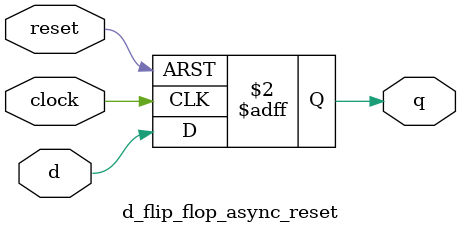
<source format=sv>
module d_flip_flop_async_reset
(
    input  clock,
    input  reset,
    input  d,
    output logic q
);

    always_ff @ (posedge clock or posedge reset)
        if (reset)
            q <= 1'b0;
        else
            q <= d;

endmodule

</source>
